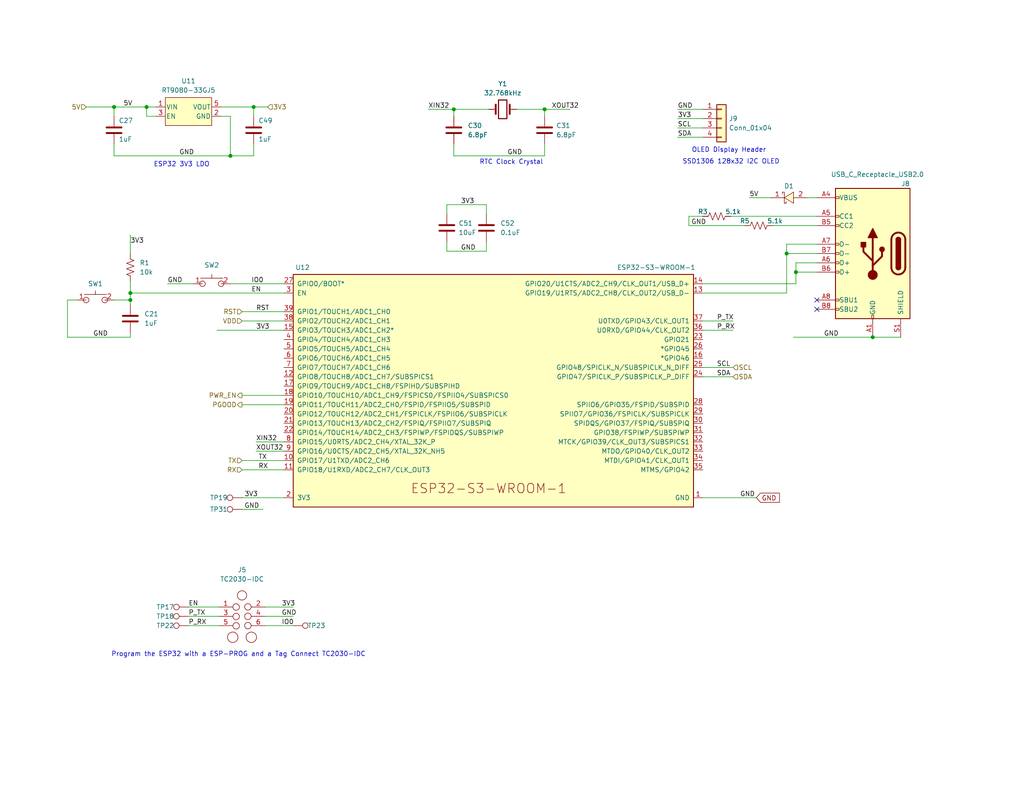
<source format=kicad_sch>
(kicad_sch (version 20230121) (generator eeschema)
  (paper "A")
  (title_block (title "BM1366 bitaxe") (date "2023-10-10") (rev "202"))
  (lib_symbols
    (symbol "Connector:TestPoint" (pin_numbers hide) (pin_names (offset 0.762) hide)
      (property "Reference" "TP" (at 0 6.858 0))
      (property "Value" "TestPoint" (at 0 5.08 0))
      (symbol "TestPoint_0_1"
        (circle (center 0 3.302) (radius 0.762))
      )
      (symbol "TestPoint_1_1"
        (pin passive line (at 0 0 90) (length 2.54) (name "1") (number "1"))
      )
    )
    (symbol "Connector:USB_C_Receptacle_USB2.0" (pin_names (offset 1.016))
      (property "Reference" "J" (at -10.16 19.05 0))
      (property "Value" "USB_C_Receptacle_USB2.0" (at 19.05 19.05 0))
      (symbol "USB_C_Receptacle_USB2.0_0_0"
        (rectangle (start -0.254 -17.78) (end 0.254 -16.764))
        (rectangle (start 10.16 -14.986) (end 9.144 -15.494))
        (rectangle (start 10.16 -12.446) (end 9.144 -12.954))
        (rectangle (start 10.16 -4.826) (end 9.144 -5.334))
        (rectangle (start 10.16 -2.286) (end 9.144 -2.794))
        (rectangle (start 10.16 0.254) (end 9.144 -0.254))
        (rectangle (start 10.16 2.794) (end 9.144 2.286))
        (rectangle (start 10.16 7.874) (end 9.144 7.366))
        (rectangle (start 10.16 10.414) (end 9.144 9.906))
        (rectangle (start 10.16 15.494) (end 9.144 14.986))
      )
      (symbol "USB_C_Receptacle_USB2.0_0_1"
        (rectangle (start -10.16 17.78) (end 10.16 -17.78) (stroke (width 0.254)) (fill (type background)))
        (arc (start -8.89 -3.81) (mid -6.985 -5.7067) (end -5.08 -3.81) (stroke (width 0.508)))
        (arc (start -7.62 -3.81) (mid -6.985 -4.4423) (end -6.35 -3.81) (stroke (width 0.254)))
        (arc (start -7.62 -3.81) (mid -6.985 -4.4423) (end -6.35 -3.81) (stroke (width 0.254)) (fill (type outline)))
        (rectangle (start -7.62 -3.81) (end -6.35 3.81) (stroke (width 0.254)) (fill (type outline)))
        (arc (start -6.35 3.81) (mid -6.985 4.4423) (end -7.62 3.81) (stroke (width 0.254)))
        (arc (start -6.35 3.81) (mid -6.985 4.4423) (end -7.62 3.81) (stroke (width 0.254)) (fill (type outline)))
        (arc (start -5.08 3.81) (mid -6.985 5.7067) (end -8.89 3.81) (stroke (width 0.508)))
        (circle (center -2.54 1.143) (radius 0.635) (stroke (width 0.254)) (fill (type outline)))
        (circle (center 0 -5.842) (radius 1.27) (fill (type outline)))
        (polyline (pts (xy -8.89 -3.81) (xy -8.89 3.81)) (stroke (width 0.508)))
        (polyline (pts (xy -5.08 3.81) (xy -5.08 -3.81)) (stroke (width 0.508)))
        (polyline (pts (xy 0 -5.842) (xy 0 4.318)) (stroke (width 0.508)))
        (polyline (pts (xy 0 -3.302) (xy -2.54 -0.762) (xy -2.54 0.508)) (stroke (width 0.508)))
        (polyline (pts (xy 0 -2.032) (xy 2.54 0.508) (xy 2.54 1.778)) (stroke (width 0.508)))
        (polyline (pts (xy -1.27 4.318) (xy 0 6.858) (xy 1.27 4.318) (xy -1.27 4.318)) (stroke (width 0.254)) (fill (type outline)))
        (rectangle (start 1.905 1.778) (end 3.175 3.048) (stroke (width 0.254)) (fill (type outline)))
      )
      (symbol "USB_C_Receptacle_USB2.0_1_1"
        (pin passive line (at 0 -22.86 90) (length 5.08) (name "GND") (number "A1"))
        (pin passive line (at 0 -22.86 90) (length 5.08) hide (name "GND") (number "A12"))
        (pin passive line (at 15.24 15.24 180) (length 5.08) (name "VBUS") (number "A4"))
        (pin bidirectional line (at 15.24 10.16 180) (length 5.08) (name "CC1") (number "A5"))
        (pin bidirectional line (at 15.24 -2.54 180) (length 5.08) (name "D+") (number "A6"))
        (pin bidirectional line (at 15.24 2.54 180) (length 5.08) (name "D-") (number "A7"))
        (pin bidirectional line (at 15.24 -12.7 180) (length 5.08) (name "SBU1") (number "A8"))
        (pin passive line (at 15.24 15.24 180) (length 5.08) hide (name "VBUS") (number "A9"))
        (pin passive line (at 0 -22.86 90) (length 5.08) hide (name "GND") (number "B1"))
        (pin passive line (at 0 -22.86 90) (length 5.08) hide (name "GND") (number "B12"))
        (pin passive line (at 15.24 15.24 180) (length 5.08) hide (name "VBUS") (number "B4"))
        (pin bidirectional line (at 15.24 7.62 180) (length 5.08) (name "CC2") (number "B5"))
        (pin bidirectional line (at 15.24 -5.08 180) (length 5.08) (name "D+") (number "B6"))
        (pin bidirectional line (at 15.24 0 180) (length 5.08) (name "D-") (number "B7"))
        (pin bidirectional line (at 15.24 -15.24 180) (length 5.08) (name "SBU2") (number "B8"))
        (pin passive line (at 15.24 15.24 180) (length 5.08) hide (name "VBUS") (number "B9"))
        (pin passive line (at -7.62 -22.86 90) (length 5.08) (name "SHIELD") (number "S1"))
      )
    )
    (symbol "Connector_Generic:Conn_01x04" (pin_names (offset 1.016) hide)
      (property "Reference" "J" (at 0 5.08 0))
      (property "Value" "Conn_01x04" (at 0 -7.62 0))
      (symbol "Conn_01x04_1_1"
        (rectangle (start -1.27 -4.953) (end 0 -5.207) (stroke (width 0.1524)))
        (rectangle (start -1.27 -2.413) (end 0 -2.667) (stroke (width 0.1524)))
        (rectangle (start -1.27 0.127) (end 0 -0.127) (stroke (width 0.1524)))
        (rectangle (start -1.27 2.667) (end 0 2.413) (stroke (width 0.1524)))
        (rectangle (start -1.27 3.81) (end 1.27 -6.35) (stroke (width 0.254)) (fill (type background)))
        (pin passive line (at -5.08 2.54 0) (length 3.81) (name "Pin_1") (number "1"))
        (pin passive line (at -5.08 0 0) (length 3.81) (name "Pin_2") (number "2"))
        (pin passive line (at -5.08 -2.54 0) (length 3.81) (name "Pin_3") (number "3"))
        (pin passive line (at -5.08 -5.08 0) (length 3.81) (name "Pin_4") (number "4"))
      )
    )
    (symbol "Device:C" (pin_numbers hide) (pin_names (offset 0.254))
      (property "Reference" "C" (at 0.635 2.54 0))
      (property "Value" "C" (at 0.635 -2.54 0))
      (symbol "C_0_1"
        (polyline (pts (xy -2.032 -0.762) (xy 2.032 -0.762)) (stroke (width 0.508)))
        (polyline (pts (xy -2.032 0.762) (xy 2.032 0.762)) (stroke (width 0.508)))
      )
      (symbol "C_1_1"
        (pin passive line (at 0 3.81 270) (length 2.794) (name "~") (number "1"))
        (pin passive line (at 0 -3.81 90) (length 2.794) (name "~") (number "2"))
      )
    )
    (symbol "Device:Crystal" (pin_numbers hide) (pin_names (offset 1.016) hide)
      (property "Reference" "Y" (at 0 3.81 0))
      (property "Value" "Crystal" (at 0 -3.81 0))
      (symbol "Crystal_0_1"
        (rectangle (start -1.143 2.54) (end 1.143 -2.54) (stroke (width 0.3048)))
        (polyline (pts (xy -2.54 0) (xy -1.905 0)))
        (polyline (pts (xy -1.905 -1.27) (xy -1.905 1.27)) (stroke (width 0.508)))
        (polyline (pts (xy 1.905 -1.27) (xy 1.905 1.27)) (stroke (width 0.508)))
        (polyline (pts (xy 2.54 0) (xy 1.905 0)))
      )
      (symbol "Crystal_1_1"
        (pin passive line (at -3.81 0 0) (length 1.27) (name "1") (number "1"))
        (pin passive line (at 3.81 0 180) (length 1.27) (name "2") (number "2"))
      )
    )
    (symbol "Device:R_US" (pin_numbers hide) (pin_names (offset 0))
      (property "Reference" "R" (at 2.54 0 90))
      (property "Value" "R_US" (at -2.54 0 90))
      (symbol "R_US_0_1"
        (polyline (pts (xy 0 -2.286) (xy 0 -2.54)))
        (polyline (pts (xy 0 2.286) (xy 0 2.54)))
        (polyline (pts (xy 0 -0.762) (xy 1.016 -1.143) (xy 0 -1.524) (xy -1.016 -1.905) (xy 0 -2.286)))
        (polyline (pts (xy 0 0.762) (xy 1.016 0.381) (xy 0 0) (xy -1.016 -0.381) (xy 0 -0.762)))
        (polyline (pts (xy 0 2.286) (xy 1.016 1.905) (xy 0 1.524) (xy -1.016 1.143) (xy 0 0.762)))
      )
      (symbol "R_US_1_1"
        (pin passive line (at 0 3.81 270) (length 1.27) (name "~") (number "1"))
        (pin passive line (at 0 -3.81 90) (length 1.27) (name "~") (number "2"))
      )
    )
    (symbol "bitaxe:ESP32-S3-WROOM-1" (pin_names (offset 1.016))
      (property "Reference" "U12" (at -50.8 34.925 0))
      (property "Value" "ESP32-S3-WROOM-1" (at 45.72 34.925 0))
      (symbol "ESP32-S3-WROOM-1_0_0"
        (rectangle (start -53.34 33.02) (end 55.88 -30.48) (stroke (width 0.254)) (fill (type background)))
        (text "ESP32-S3-WROOM-1" (at 0 -25.4 0) (effects (font (size 2.54 2.54))))
        (pin power_in line (at 58.42 -27.94 180) (length 2.54) (name "GND") (number "1"))
        (pin bidirectional line (at -55.88 -17.78 0) (length 2.54) (name "GPIO17/U1TXD/ADC2_CH6") (number "10"))
        (pin bidirectional line (at -55.88 -20.32 0) (length 2.54) (name "GPIO18/U1RXD/ADC2_CH7/CLK_OUT3") (number "11"))
        (pin bidirectional line (at -55.88 5.08 0) (length 2.54) (name "GPIO8/TOUCH8/ADC1_CH7/SUBSPICS1") (number "12"))
        (pin bidirectional line (at 58.42 27.94 180) (length 2.54) (name "GPIO19/U1RTS/ADC2_CH8/CLK_OUT2/USB_D-") (number "13"))
        (pin bidirectional line (at 58.42 30.48 180) (length 2.54) (name "GPIO20/U1CTS/ADC2_CH9/CLK_OUT1/USB_D+") (number "14"))
        (pin bidirectional line (at -55.88 17.78 0) (length 2.54) (name "GPIO3/TOUCH3/ADC1_CH2*") (number "15"))
        (pin bidirectional line (at 58.42 10.16 180) (length 2.54) (name "*GPIO46") (number "16"))
        (pin bidirectional line (at -55.88 2.54 0) (length 2.54) (name "GPIO9/TOUCH9/ADC1_CH8/FSPIHD/SUBSPIHD") (number "17"))
        (pin bidirectional line (at -55.88 0 0) (length 2.54) (name "GPIO10/TOUCH10/ADC1_CH9/FSPICS0/FSPIIO4/SUBSPICS0") (number "18"))
        (pin bidirectional line (at -55.88 -2.54 0) (length 2.54) (name "GPIO11/TOUCH11/ADC2_CH0/FSPID/FSPIIO5/SUBSPID") (number "19"))
        (pin power_in line (at -55.88 -27.94 0) (length 2.54) (name "3V3") (number "2"))
        (pin bidirectional line (at -55.88 -5.08 0) (length 2.54) (name "GPIO12/TOUCH12/ADC2_CH1/FSPICLK/FSPIIO6/SUBSPICLK") (number "20"))
        (pin bidirectional line (at -55.88 -7.62 0) (length 2.54) (name "GPIO13/TOUCH13/ADC2_CH2/FSPIQ/FSPIIO7/SUBSPIQ") (number "21"))
        (pin bidirectional line (at -55.88 -10.16 0) (length 2.54) (name "GPIO14/TOUCH14/ADC2_CH3/FSPIWP/FSPIDQS/SUBSPIWP") (number "22"))
        (pin bidirectional line (at 58.42 15.24 180) (length 2.54) (name "GPIO21") (number "23"))
        (pin bidirectional line (at 58.42 5.08 180) (length 2.54) (name "GPIO47/SPICLK_P/SUBSPICLK_P_DIFF") (number "24"))
        (pin bidirectional line (at 58.42 7.62 180) (length 2.54) (name "GPIO48/SPICLK_N/SUBSPICLK_N_DIFF") (number "25"))
        (pin bidirectional line (at 58.42 12.7 180) (length 2.54) (name "*GPIO45") (number "26"))
        (pin bidirectional line (at -55.88 30.48 0) (length 2.54) (name "GPIO0/BOOT*") (number "27"))
        (pin bidirectional line (at 58.42 -2.54 180) (length 2.54) (name "SPIIO6/GPIO35/FSPID/SUBSPID") (number "28"))
        (pin bidirectional line (at 58.42 -5.08 180) (length 2.54) (name "SPIIO7/GPIO36/FSPICLK/SUBSPICLK") (number "29"))
        (pin input line (at -55.88 27.94 0) (length 2.54) (name "EN") (number "3"))
        (pin bidirectional line (at 58.42 -7.62 180) (length 2.54) (name "SPIDQS/GPIO37/FSPIQ/SUBSPIQ") (number "30"))
        (pin bidirectional line (at 58.42 -10.16 180) (length 2.54) (name "GPIO38/FSPIWP/SUBSPIWP") (number "31"))
        (pin bidirectional line (at 58.42 -12.7 180) (length 2.54) (name "MTCK/GPIO39/CLK_OUT3/SUBSPICS1") (number "32"))
        (pin bidirectional line (at 58.42 -15.24 180) (length 2.54) (name "MTDO/GPIO40/CLK_OUT2") (number "33"))
        (pin bidirectional line (at 58.42 -17.78 180) (length 2.54) (name "MTDI/GPIO41/CLK_OUT1") (number "34"))
        (pin bidirectional line (at 58.42 -20.32 180) (length 2.54) (name "MTMS/GPIO42") (number "35"))
        (pin bidirectional line (at 58.42 17.78 180) (length 2.54) (name "U0RXD/GPIO44/CLK_OUT2") (number "36"))
        (pin bidirectional line (at 58.42 20.32 180) (length 2.54) (name "U0TXD/GPIO43/CLK_OUT1") (number "37"))
        (pin bidirectional line (at -55.88 20.32 0) (length 2.54) (name "GPIO2/TOUCH2/ADC1_CH1") (number "38"))
        (pin bidirectional line (at -55.88 22.86 0) (length 2.54) (name "GPIO1/TOUCH1/ADC1_CH0") (number "39"))
        (pin bidirectional line (at -55.88 15.24 0) (length 2.54) (name "GPIO4/TOUCH4/ADC1_CH3") (number "4"))
        (pin passive line (at 58.42 -27.94 180) (length 2.54) hide (name "GND") (number "40"))
        (pin passive line (at 58.42 -27.94 180) (length 2.54) hide (name "GND") (number "41"))
        (pin bidirectional line (at -55.88 12.7 0) (length 2.54) (name "GPIO5/TOUCH5/ADC1_CH4") (number "5"))
        (pin bidirectional line (at -55.88 10.16 0) (length 2.54) (name "GPIO6/TOUCH6/ADC1_CH5") (number "6"))
        (pin bidirectional line (at -55.88 7.62 0) (length 2.54) (name "GPIO7/TOUCH7/ADC1_CH6") (number "7"))
        (pin bidirectional line (at -55.88 -12.7 0) (length 2.54) (name "GPIO15/U0RTS/ADC2_CH4/XTAL_32K_P") (number "8"))
        (pin bidirectional line (at -55.88 -15.24 0) (length 2.54) (name "GPIO16/U0CTS/ADC2_CH5/XTAL_32K_NH5") (number "9"))
      )
    )
    (symbol "bitaxe:GT-TC029B-H025-L1N"
      (property "Reference" "SW2" (at 0 3.81 0))
      (symbol "GT-TC029B-H025-L1N_0_1"
        (circle (center -2.54 0) (radius 0.76))
        (polyline (pts (xy -3.05 1.52) (xy 3.05 1.52)))
        (polyline (pts (xy 0 1.52) (xy 0 2.54)))
        (circle (center 2.54 0) (radius 0.76))
        (pin unspecified line (at -5.08 0 0) (length 2.54) (name "~") (number "1"))
        (pin unspecified line (at 5.08 0 180) (length 2.54) (name "~") (number "2"))
      )
    )
    (symbol "bitaxe:RT9080-33GJ5" (pin_names (offset 0.254))
      (property "Reference" "U" (at -6.35 5.08 0))
      (property "Value" "RT9080-33GJ5" (at 0 -5.08 0))
      (symbol "RT9080-33GJ5_1_1"
        (rectangle (start -6.35 3.81) (end 6.35 -3.81) (stroke (width 0.1524)) (fill (type background)))
        (pin power_in line (at -8.89 1.27 0) (length 2.54) (name "VIN") (number "1"))
        (pin power_in line (at 8.89 -1.27 180) (length 2.54) (name "GND") (number "2"))
        (pin input line (at -8.89 -1.27 0) (length 2.54) (name "EN") (number "3"))
        (pin no_connect line (at 0 6.35 270) (length 2.54) hide (name "NC") (number "4"))
        (pin output line (at 8.89 1.27 180) (length 2.54) (name "VOUT") (number "5"))
      )
    )
    (symbol "bitaxe:TC2030-IDC-NL" (pin_names (offset 1.016) hide)
      (property "Reference" "J5" (at 0 12.7 0))
      (property "Value" "TC2030-IDC" (at 0 10.16 0))
      (symbol "TC2030-IDC-NL_0_1"
        (circle (center -2.54 -5.715) (radius 1.4224))
        (circle (center -1.6002 2.54) (radius 0.889))
        (circle (center 0 5.715) (radius 1.27))
      )
      (symbol "TC2030-IDC-NL_1_1"
        (circle (center -1.6002 -2.5908) (radius 0.889))
        (circle (center -1.6002 -0.0508) (radius 0.889))
        (circle (center 1.6002 -2.54) (radius 0.889))
        (circle (center 1.6002 0) (radius 0.889))
        (circle (center 1.6002 2.5908) (radius 0.889))
        (circle (center 2.54 -5.715) (radius 1.4224))
        (pin passive line (at -6.35 2.54 0) (length 3.81) (name "Pin_1") (number "1"))
        (pin passive line (at 6.35 2.54 180) (length 3.81) (name "Pin_2") (number "2"))
        (pin passive line (at -6.35 0 0) (length 3.81) (name "Pin_3") (number "3"))
        (pin passive line (at 6.35 0 180) (length 3.81) (name "Pin_4") (number "4"))
        (pin passive line (at -6.35 -2.54 0) (length 3.81) (name "Pin_5") (number "5"))
        (pin passive line (at 6.35 -2.54 180) (length 3.81) (name "Pin_6") (number "6"))
      )
    )
    (symbol "lcsc:SS310_C85658"
      (property "Reference" "D" (at 0 5.08 0))
      (property "Value" "SS310_C85658" (at 0 -5.08 0))
      (symbol "SS310_C85658_0_1"
        (polyline (pts (xy -1.27 -1.52) (xy -1.27 1.52)))
        (polyline (pts (xy -1.27 -1.52) (xy -0.76 -1.52) (xy -0.76 -1.02)))
        (polyline (pts (xy -1.27 1.52) (xy -1.78 1.52) (xy -1.78 1.02)))
        (polyline (pts (xy 1.27 1.52) (xy -1.27 0) (xy 1.27 -1.52) (xy 1.27 1.52)) (fill (type background)))
        (pin unspecified line (at -5.08 0 0) (length 3.81) (name "~") (number "1"))
        (pin unspecified line (at 5.08 0 180) (length 3.81) (name "~") (number "2"))
      )
    )
  )
  (junction (at 214.63 69.215))
  (junction (at 123.825 29.845))
  (junction (at 238.125 92.075))
  (junction (at 62.865 42.545))
  (junction (at 217.17 74.295))
  (junction (at 40.005 29.21))
  (junction (at 148.59 29.845))
  (junction (at 35.56 80.01))
  (junction (at 35.56 81.915))
  (junction (at 69.215 29.21))
  (junction (at 31.115 29.21))
  (no_connect (at 222.885 81.915))
  (no_connect (at 222.885 84.455))
  (wire (pts (xy 187.96 59.055) (xy 191.77 59.055)))
  (wire (pts (xy 121.92 55.88) (xy 121.92 58.42)))
  (wire (pts (xy 31.115 29.21) (xy 31.115 31.75)))
  (wire (pts (xy 216.535 92.075) (xy 238.125 92.075)))
  (wire (pts (xy 35.56 80.01) (xy 35.56 81.915)))
  (wire (pts (xy 60.325 31.75) (xy 62.865 31.75)))
  (wire (pts (xy 140.97 29.845) (xy 148.59 29.845)))
  (wire (pts (xy 72.39 168.275) (xy 80.01 168.275)))
  (wire (pts (xy 69.215 39.37) (xy 69.215 42.545)))
  (wire (pts (xy 66.04 110.49) (xy 77.47 110.49)))
  (wire (pts (xy 132.715 68.58) (xy 121.92 68.58)))
  (wire (pts (xy 238.125 92.075) (xy 245.745 92.075)))
  (wire (pts (xy 62.865 31.75) (xy 62.865 42.545)))
  (wire (pts (xy 123.825 42.545) (xy 123.825 39.37)))
  (wire (pts (xy 35.56 76.835) (xy 35.56 80.01)))
  (wire (pts (xy 72.39 165.735) (xy 80.01 165.735)))
  (wire (pts (xy 69.215 29.21) (xy 69.215 31.75)))
  (wire (pts (xy 77.47 125.73) (xy 66.04 125.73)))
  (wire (pts (xy 132.715 66.04) (xy 132.715 68.58)))
  (wire (pts (xy 40.005 29.21) (xy 42.545 29.21)))
  (wire (pts (xy 18.415 81.915) (xy 18.415 92.075)))
  (wire (pts (xy 148.59 29.845) (xy 155.575 29.845)))
  (wire (pts (xy 69.85 120.65) (xy 77.47 120.65)))
  (wire (pts (xy 77.47 85.09) (xy 66.04 85.09)))
  (wire (pts (xy 45.72 77.47) (xy 52.705 77.47)))
  (wire (pts (xy 214.63 69.215) (xy 214.63 80.01)))
  (wire (pts (xy 116.84 29.845) (xy 123.825 29.845)))
  (wire (pts (xy 31.115 81.915) (xy 35.56 81.915)))
  (wire (pts (xy 123.825 42.545) (xy 148.59 42.545)))
  (wire (pts (xy 203.2 61.595) (xy 187.96 61.595)))
  (wire (pts (xy 123.825 29.845) (xy 123.825 31.75)))
  (wire (pts (xy 23.495 29.21) (xy 31.115 29.21)))
  (wire (pts (xy 18.415 92.075) (xy 35.56 92.075)))
  (wire (pts (xy 72.39 170.815) (xy 80.01 170.815)))
  (wire (pts (xy 217.17 74.295) (xy 222.885 74.295)))
  (wire (pts (xy 199.39 59.055) (xy 222.885 59.055)))
  (wire (pts (xy 69.85 123.19) (xy 77.47 123.19)))
  (wire (pts (xy 184.912 29.845) (xy 191.77 29.845)))
  (wire (pts (xy 35.56 81.915) (xy 35.56 83.185)))
  (wire (pts (xy 191.77 90.17) (xy 200.025 90.17)))
  (wire (pts (xy 35.56 80.01) (xy 77.47 80.01)))
  (wire (pts (xy 222.885 66.675) (xy 214.63 66.675)))
  (wire (pts (xy 77.47 128.27) (xy 66.04 128.27)))
  (wire (pts (xy 214.63 69.215) (xy 222.885 69.215)))
  (wire (pts (xy 123.825 29.845) (xy 133.35 29.845)))
  (wire (pts (xy 51.435 170.815) (xy 59.69 170.815)))
  (wire (pts (xy 191.77 102.87) (xy 200.025 102.87)))
  (wire (pts (xy 66.04 139.065) (xy 71.755 139.065)))
  (wire (pts (xy 69.215 29.21) (xy 73.025 29.21)))
  (wire (pts (xy 31.115 29.21) (xy 40.005 29.21)))
  (wire (pts (xy 66.04 107.95) (xy 77.47 107.95)))
  (wire (pts (xy 184.912 34.925) (xy 191.77 34.925)))
  (wire (pts (xy 191.77 135.89) (xy 206.375 135.89)))
  (wire (pts (xy 51.435 168.275) (xy 59.69 168.275)))
  (wire (pts (xy 31.115 42.545) (xy 31.115 39.37)))
  (wire (pts (xy 66.04 87.63) (xy 77.47 87.63)))
  (wire (pts (xy 35.56 90.805) (xy 35.56 92.075)))
  (wire (pts (xy 121.92 68.58) (xy 121.92 66.04)))
  (wire (pts (xy 59.182 90.17) (xy 77.47 90.17)))
  (wire (pts (xy 62.865 77.47) (xy 77.47 77.47)))
  (wire (pts (xy 187.96 61.595) (xy 187.96 59.055)))
  (wire (pts (xy 42.545 31.75) (xy 40.005 31.75)))
  (wire (pts (xy 148.59 29.845) (xy 148.59 31.75)))
  (wire (pts (xy 51.435 165.735) (xy 59.69 165.735)))
  (wire (pts (xy 191.77 77.47) (xy 217.17 77.47)))
  (wire (pts (xy 191.77 100.33) (xy 200.025 100.33)))
  (wire (pts (xy 217.17 74.295) (xy 217.17 71.755)))
  (wire (pts (xy 20.955 81.915) (xy 18.415 81.915)))
  (wire (pts (xy 217.17 77.47) (xy 217.17 74.295)))
  (wire (pts (xy 191.77 87.63) (xy 200.025 87.63)))
  (wire (pts (xy 40.005 31.75) (xy 40.005 29.21)))
  (wire (pts (xy 148.59 39.37) (xy 148.59 42.545)))
  (wire (pts (xy 132.715 55.88) (xy 121.92 55.88)))
  (wire (pts (xy 220.345 53.975) (xy 222.885 53.975)))
  (wire (pts (xy 210.82 61.595) (xy 222.885 61.595)))
  (wire (pts (xy 217.17 71.755) (xy 222.885 71.755)))
  (wire (pts (xy 191.77 80.01) (xy 214.63 80.01)))
  (wire (pts (xy 66.04 135.89) (xy 77.47 135.89)))
  (wire (pts (xy 184.912 37.465) (xy 191.77 37.465)))
  (wire (pts (xy 132.715 58.42) (xy 132.715 55.88)))
  (wire (pts (xy 184.912 32.385) (xy 191.77 32.385)))
  (wire (pts (xy 69.215 42.545) (xy 62.865 42.545)))
  (wire (pts (xy 35.56 64.135) (xy 35.56 69.215)))
  (wire (pts (xy 60.325 29.21) (xy 69.215 29.21)))
  (wire (pts (xy 214.63 66.675) (xy 214.63 69.215)))
  (wire (pts (xy 204.47 53.975) (xy 210.185 53.975)))
  (wire (pts (xy 62.865 42.545) (xy 31.115 42.545)))
  (text "RTC Clock Crystal" (at 130.81 45.085 0) (effects (font (size 1.27 1.27)) (justify left bottom)))
  (text "ESP32 3V3 LDO" (at 41.91 45.72 0) (effects (font (size 1.27 1.27)) (justify left bottom)))
  (text "Program the ESP32 with a ESP-PROG and a Tag Connect TC2030-IDC" (at 30.353 179.451 0) (effects (font (size 1.27 1.27)) (justify left bottom)))
  (text "SSD1306 128x32 I2C OLED" (at 186.182 44.958 0) (effects (font (size 1.27 1.27)) (justify left bottom)))
  (text "OLED Display Header" (at 188.722 41.783 0) (effects (font (size 1.27 1.27)) (justify left bottom)))
  (label "P_RX" (at 51.435 170.815 0))
  (label "RST" (at 69.85 85.09 0))
  (label "5V" (at 204.47 53.975 0))
  (label "P_TX" (at 51.435 168.275 0))
  (label "EN" (at 51.435 165.735 0))
  (label "GND" (at 184.912 29.845 0))
  (label "GND" (at 224.79 92.075 0))
  (label "XOUT32" (at 150.495 29.845 0))
  (label "EN" (at 68.58 80.01 0))
  (label "P_RX" (at 195.58 90.17 0))
  (label "IO0" (at 68.58 77.47 0))
  (label "GND" (at 125.73 68.58 0))
  (label "3V3" (at 66.675 135.89 0))
  (label "SDA" (at 195.58 102.87 0))
  (label "GND" (at 66.675 139.065 0))
  (label "GND" (at 188.595 61.595 0))
  (label "XIN32" (at 69.85 120.65 0))
  (label "TX" (at 70.485 125.73 0))
  (label "GND" (at 138.43 42.545 0))
  (label "3V3" (at 76.835 165.735 0))
  (label "3V3" (at 69.85 90.17 0))
  (label "IO0" (at 76.835 170.815 0))
  (label "SCL" (at 195.58 100.33 0))
  (label "XOUT32" (at 69.85 123.19 0))
  (label "SCL" (at 184.912 34.925 0))
  (label "XIN32" (at 116.84 29.845 0))
  (label "GND" (at 201.93 135.89 0))
  (label "GND" (at 45.72 77.47 0))
  (label "SDA" (at 184.912 37.465 0))
  (label "3V3" (at 125.73 55.88 0))
  (label "P_TX" (at 195.58 87.63 0))
  (label "3V3" (at 184.912 32.385 0))
  (label "GND" (at 25.4 92.075 0))
  (label "5V" (at 33.655 29.21 0))
  (label "GND" (at 76.835 168.275 0))
  (label "GND" (at 48.895 42.545 0))
  (label "3V3" (at 35.56 66.675 0))
  (label "RX" (at 70.485 128.27 0))
  (global_label "GND" (shape input) (at 206.375 135.89 0) (property "Intersheetrefs" "${INTERSHEET_REFS}" (effects hide)))
  (hierarchical_label "TX" (shape input) (at 66.04 125.73 180))
  (hierarchical_label "RX" (shape input) (at 66.04 128.27 180))
  (hierarchical_label "3V3" (shape input) (at 73.025 29.21 0))
  (hierarchical_label "SCL" (shape input) (at 200.025 100.33 0))
  (hierarchical_label "RST" (shape input) (at 66.04 85.09 180))
  (hierarchical_label "SDA" (shape input) (at 200.025 102.87 0))
  (hierarchical_label "PGOOD" (shape output) (at 66.04 110.49 180))
  (hierarchical_label "PWR_EN" (shape output) (at 66.04 107.95 180))
  (hierarchical_label "5V" (shape input) (at 23.495 29.21 180))
  (hierarchical_label "VDD" (shape input) (at 66.04 87.63 180))
  (symbol (lib_id "Device:C") (at 35.56 86.995 0) (unit 1)
    (property "Reference" "C21" (at 39.37 85.7249 0) (effects (justify left)))
    (property "Value" "1uF" (at 39.37 88.2649 0) (effects (justify left)))
    (property "Footprint" "Capacitor_SMD:C_0402_1005Metric" (effects hide))
    (property "DK" "587-5514-1-ND" (effects hide))
    (property "PARTNO" "EMK105BJ105MV-F" (effects hide))
  )
  (symbol (lib_id "Device:C") (at 123.825 35.56 0) (unit 1)
    (property "Reference" "C30" (at 127.635 34.2899 0) (effects (justify left)))
    (property "Value" "6.8pF" (at 127.635 36.8299 0) (effects (justify left)))
    (property "Footprint" "Capacitor_SMD:C_0402_1005Metric" (effects hide))
    (property "DK" "399-C0402C689C5GAC7867CT-ND" (effects hide))
    (property "PARTNO" "C0402C689C5GAC7867" (effects hide))
  )
  (symbol (lib_id "Device:R_US") (at 207.01 61.595 90) (unit 1)
    (property "Reference" "R5" (at 203.2 60.325 90))
    (property "Value" "5.1k" (at 211.455 60.325 90))
    (property "Footprint" "Resistor_SMD:R_0402_1005Metric" (effects hide))
    (property "DK" "RMCF0402JT5K10CT-ND" (effects hide))
    (property "PARTNO" "RMCF0402JT5K10" (effects hide))
  )
  (symbol (lib_id "Device:C") (at 132.715 62.23 0) (unit 1)
    (property "Reference" "C52" (at 136.525 60.9599 0) (effects (justify left)))
    (property "Value" "0.1uF" (at 136.525 63.4999 0) (effects (justify left)))
    (property "Footprint" "Capacitor_SMD:C_0402_1005Metric" (effects hide))
    (property "DK" "1292-1639-1-ND" (effects hide))
    (property "PARTNO" "0402X104K100CT" (effects hide))
  )
  (symbol (lib_id "Connector_Generic:Conn_01x04") (at 196.85 32.385 0) (unit 1) (in_bom no)
    (property "Reference" "J9" (at 198.882 32.3849 0) (effects (justify left)))
    (property "Value" "Conn_01x04" (at 198.882 34.9249 0) (effects (justify left)))
    (property "Footprint" "Connector_PinHeader_2.54mm:PinHeader_1x04_P2.54mm_Vertical" (effects hide))
  )
  (symbol (lib_id "bitaxe:GT-TC029B-H025-L1N") (at 57.785 77.47 0) (unit 1)
    (property "Reference" "SW2" (at 57.785 72.39 0))
    (property "Value" "GT-TC029B-H025-L1N" (effects hide))
    (property "Footprint" "bitaxe:SW_CS1213AGF260_CRS" (effects hide))
    (property "Datasheet" "https://www.citrelay.com/Catalog%20Pages/SwitchCatalog/CS1213.pdf" (effects hide))
    (property "DK" "2449-CS1213AGF260CT-ND" (effects hide))
    (property "PARTNO" "CS1213AGF260" (effects hide))
  )
  (symbol (lib_id "Device:C") (at 148.59 35.56 0) (unit 1)
    (property "Reference" "C31" (at 151.765 34.2899 0) (effects (justify left)))
    (property "Value" "6.8pF" (at 151.765 36.8299 0) (effects (justify left)))
    (property "Footprint" "Capacitor_SMD:C_0402_1005Metric" (effects hide))
    (property "DK" "399-C0402C689C5GAC7867CT-ND" (effects hide))
    (property "PARTNO" "C0402C689C5GAC7867" (effects hide))
  )
  (symbol (lib_id "bitaxe:RT9080-33GJ5") (at 51.435 30.48 0) (unit 1)
    (property "Reference" "U11" (at 51.435 22.098 0))
    (property "Value" "RT9080-33GJ5" (at 51.435 24.638 0))
    (property "Footprint" "bitaxe:RT9080-33GJ5" (effects hide))
    (property "Datasheet" "https://www.richtek.com/assets/product_file/RT9080/DS9080-05.pdf" (effects hide))
    (property "DK" "1028-1509-1-ND" (effects hide))
    (property "PARTNO" "RT9080-33GJ5" (effects hide))
  )
  (symbol (lib_id "Connector:TestPoint") (at 66.04 139.065 90) (mirror x) (unit 1) (in_bom no)
    (property "Reference" "TP31" (at 59.69 139.065 90))
    (property "Value" "TestPoint" (effects hide))
    (property "Footprint" "TestPoint:TestPoint_Pad_D1.5mm" (effects hide))
  )
  (symbol (lib_id "Connector:TestPoint") (at 51.435 168.275 90) (mirror x) (unit 1) (in_bom no)
    (property "Reference" "TP18" (at 45.085 168.275 90))
    (property "Value" "TestPoint" (effects hide))
    (property "Footprint" "TestPoint:TestPoint_Pad_D1.5mm" (effects hide))
  )
  (symbol (lib_id "Connector:TestPoint") (at 80.01 170.815 270) (mirror x) (unit 1) (in_bom no)
    (property "Reference" "TP23" (at 86.36 170.815 90))
    (property "Value" "TestPoint" (effects hide))
    (property "Footprint" "TestPoint:TestPoint_Pad_D1.5mm" (effects hide))
  )
  (symbol (lib_id "Device:R_US") (at 195.58 59.055 90) (unit 1)
    (property "Reference" "R3" (at 191.77 57.785 90))
    (property "Value" "5.1k" (at 200.025 57.785 90))
    (property "Footprint" "Resistor_SMD:R_0402_1005Metric" (effects hide))
    (property "DK" "RMCF0402JT5K10CT-ND" (effects hide))
    (property "PARTNO" "RMCF0402JT5K10" (effects hide))
  )
  (symbol (lib_id "Device:R_US") (at 35.56 73.025 0) (unit 1)
    (property "Reference" "R1" (at 38.1 71.7549 0) (effects (justify left)))
    (property "Value" "10k" (at 38.1 74.2949 0) (effects (justify left)))
    (property "Footprint" "Resistor_SMD:R_0402_1005Metric" (effects hide))
    (property "DK" "311-10KJRCT-ND" (effects hide))
    (property "PARTNO" "RC0402JR-0710KL" (effects hide))
  )
  (symbol (lib_id "lcsc:SS310_C85658") (at 215.265 53.975 0) (unit 1)
    (property "Reference" "D1" (at 215.265 50.8 0))
    (property "Value" "SS310" (effects hide))
    (property "Footprint" "Diode_SMD:D_SMA" (effects hide))
    (property "Datasheet" "https://www.mccsemi.com/pdf/Products/SK32A-L-SK310A-L(DO-214AC).pdf" (effects hide))
    (property "DK" "SK310A-LTPMSCT-ND" (effects hide))
    (property "PARTNO" "SK310A-LTP" (effects hide))
  )
  (symbol (lib_id "bitaxe:TC2030-IDC-NL") (at 66.04 168.275 0) (unit 1) (in_bom no)
    (property "Reference" "J5" (at 66.04 155.575 0))
    (property "Value" "TC2030-IDC" (at 66.04 158.115 0))
    (property "Footprint" "bitaxe:Tag-Connect_TC2030-IDC-NL_2x03_P1.27mm_Vertical" (effects hide))
  )
  (symbol (lib_id "Device:C") (at 69.215 35.56 0) (unit 1)
    (property "Reference" "C49" (at 70.485 33.655 0) (effects (justify left bottom)))
    (property "Value" "1uF" (at 70.485 38.735 0) (effects (justify left bottom)))
    (property "Footprint" "Capacitor_SMD:C_0402_1005Metric" (effects hide))
    (property "DK" "587-5514-1-ND" (effects hide))
    (property "PARTNO" "EMK105BJ105MV-F" (effects hide))
  )
  (symbol (lib_id "Device:C") (at 121.92 62.23 0) (unit 1)
    (property "Reference" "C51" (at 125.095 60.9599 0) (effects (justify left)))
    (property "Value" "10uF" (at 125.095 63.4999 0) (effects (justify left)))
    (property "Footprint" "Capacitor_SMD:C_0805_2012Metric" (effects hide))
    (property "DK" "1276-1096-1-ND" (effects hide))
    (property "PARTNO" "CL21A106KOQNNNE" (effects hide))
  )
  (symbol (lib_id "Device:Crystal") (at 137.16 29.845 0) (unit 1)
    (property "Reference" "Y1" (at 137.16 22.86 0))
    (property "Value" "32.768kHz" (at 137.16 25.4 0))
    (property "Footprint" "bitaxe:SC32S-7PF20PPM" (effects hide))
    (property "Datasheet" "https://www.sii.co.jp/en/quartz/files/2013/03/SC-32S_Leaflet_e20151217.pdf" (effects hide))
    (property "DK" "728-1074-1-ND" (effects hide))
    (property "PARTNO" "SC32S-7PF20PPM" (effects hide))
  )
  (symbol (lib_id "Connector:USB_C_Receptacle_USB2.0") (at 238.125 69.215 0) (mirror y) (unit 1)
    (property "Reference" "J8" (at 248.285 50.165 0) (effects (justify left)))
    (property "Value" "USB_C_Receptacle_USB2.0" (at 226.695 47.625 0) (effects (justify right)))
    (property "Footprint" "Connector_USB:USB_C_Receptacle_GCT_USB4105-xx-A_16P_TopMnt_Horizontal" (effects hide))
    (property "Datasheet" "https://gct.co/connector/usb4105" (effects hide))
    (property "DK" "2073-USB4105-GF-ACT-ND" (effects hide))
    (property "PARTNO" "USB4105-GF-A" (effects hide))
  )
  (symbol (lib_id "Connector:TestPoint") (at 66.04 135.89 90) (mirror x) (unit 1) (in_bom no)
    (property "Reference" "TP19" (at 59.69 135.89 90))
    (property "Value" "TestPoint" (effects hide))
    (property "Footprint" "TestPoint:TestPoint_Pad_D1.5mm" (effects hide))
  )
  (symbol (lib_id "Connector:TestPoint") (at 51.435 165.735 90) (mirror x) (unit 1) (in_bom no)
    (property "Reference" "TP17" (at 45.085 165.735 90))
    (property "Value" "TestPoint" (effects hide))
    (property "Footprint" "TestPoint:TestPoint_Pad_D1.5mm" (effects hide))
  )
  (symbol (lib_id "Connector:TestPoint") (at 51.435 170.815 90) (mirror x) (unit 1) (in_bom no)
    (property "Reference" "TP22" (at 45.085 170.815 90))
    (property "Value" "TestPoint" (effects hide))
    (property "Footprint" "TestPoint:TestPoint_Pad_D1.5mm" (effects hide))
  )
  (symbol (lib_id "Device:C") (at 31.115 35.56 0) (unit 1)
    (property "Reference" "C27" (at 32.385 33.655 0) (effects (justify left bottom)))
    (property "Value" "1uF" (at 32.385 38.735 0) (effects (justify left bottom)))
    (property "Footprint" "Capacitor_SMD:C_0402_1005Metric" (effects hide))
    (property "DK" "587-5514-1-ND" (effects hide))
    (property "PARTNO" "EMK105BJ105MV-F" (effects hide))
  )
  (symbol (lib_id "bitaxe:ESP32-S3-WROOM-1") (at 133.35 107.95 0) (unit 1)
    (property "Reference" "U12" (at 82.55 73.025 0))
    (property "Value" "ESP32-S3-WROOM-1" (at 179.07 73.025 0))
    (property "Footprint" "bitaxe:ESP32-S3-WROOM-1" (effects hide))
    (property "Datasheet" "https://www.espressif.com/sites/default/files/documentation/esp32-s3-wroom-1_wroom-1u_datasheet_en.pdf" (effects hide))
    (property "DK" "1965-ESP32-S3-WROOM-1-N16R8CT-ND" (effects hide))
    (property "PARTNO" "ESP32-S3-WROOM-1-N16R8" (effects hide))
  )
  (symbol (lib_id "bitaxe:GT-TC029B-H025-L1N") (at 26.035 81.915 0) (unit 1)
    (property "Reference" "SW1" (at 26.035 77.47 0))
    (property "Value" "GT-TC029B-H025-L1N" (effects hide))
    (property "Footprint" "bitaxe:SW_CS1213AGF260_CRS" (effects hide))
    (property "Datasheet" "https://www.citrelay.com/Catalog%20Pages/SwitchCatalog/CS1213.pdf" (effects hide))
    (property "DK" "2449-CS1213AGF260CT-ND" (effects hide))
    (property "PARTNO" "CS1213AGF260" (effects hide))
  )
)
</source>
